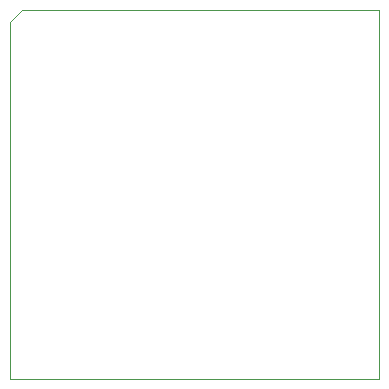
<source format=gbr>
%TF.GenerationSoftware,KiCad,Pcbnew,(5.1.6)-1*%
%TF.CreationDate,2020-12-02T16:58:09+00:00*%
%TF.ProjectId,A600 68k PLCC to DIP64 v2,41363030-2036-4386-9b20-504c43432074,1*%
%TF.SameCoordinates,Original*%
%TF.FileFunction,Legend,Bot*%
%TF.FilePolarity,Positive*%
%FSLAX46Y46*%
G04 Gerber Fmt 4.6, Leading zero omitted, Abs format (unit mm)*
G04 Created by KiCad (PCBNEW (5.1.6)-1) date 2020-12-02 16:58:09*
%MOMM*%
%LPD*%
G01*
G04 APERTURE LIST*
%ADD10C,0.120000*%
G04 APERTURE END LIST*
D10*
%TO.C,U1*%
X114915000Y-108835000D02*
X113915000Y-109835000D01*
X113915000Y-109835000D02*
X113915000Y-140085000D01*
X113915000Y-140085000D02*
X145165000Y-140085000D01*
X145165000Y-140085000D02*
X145165000Y-108835000D01*
X145165000Y-108835000D02*
X114935000Y-108839000D01*
%TD*%
M02*

</source>
